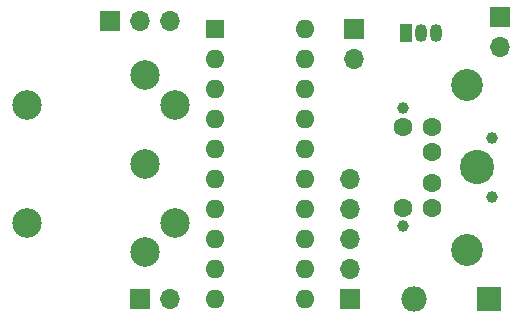
<source format=gbr>
%TF.GenerationSoftware,KiCad,Pcbnew,(6.0.0)*%
%TF.CreationDate,2022-10-20T13:44:37-04:00*%
%TF.ProjectId,TandyKey-A,54616e64-794b-4657-992d-412e6b696361,rev?*%
%TF.SameCoordinates,Original*%
%TF.FileFunction,Soldermask,Top*%
%TF.FilePolarity,Negative*%
%FSLAX46Y46*%
G04 Gerber Fmt 4.6, Leading zero omitted, Abs format (unit mm)*
G04 Created by KiCad (PCBNEW (6.0.0)) date 2022-10-20 13:44:37*
%MOMM*%
%LPD*%
G01*
G04 APERTURE LIST*
%ADD10C,2.499360*%
%ADD11R,1.700000X1.700000*%
%ADD12O,1.700000X1.700000*%
%ADD13R,2.159000X2.159000*%
%ADD14O,2.159000X2.159000*%
%ADD15R,1.050000X1.500000*%
%ADD16O,1.050000X1.500000*%
%ADD17R,1.600000X1.600000*%
%ADD18O,1.600000X1.600000*%
%ADD19C,2.700000*%
%ADD20C,2.899999*%
%ADD21C,1.600000*%
%ADD22C,1.000000*%
G04 APERTURE END LIST*
D10*
%TO.C,J1*%
X106349800Y-101203760D03*
X106349800Y-91201240D03*
X116344700Y-103700580D03*
X116347240Y-96202500D03*
X116344700Y-88704420D03*
X118846600Y-101198680D03*
X118846600Y-91206320D03*
%TD*%
D11*
%TO.C,J5*%
X113362500Y-84137500D03*
D12*
X115902500Y-84137500D03*
X118442500Y-84137500D03*
%TD*%
D13*
%TO.C,SW1*%
X145465000Y-107632500D03*
D14*
X139065000Y-107632500D03*
%TD*%
D15*
%TO.C,U2*%
X138430000Y-85132500D03*
D16*
X139700000Y-85132500D03*
X140970000Y-85132500D03*
%TD*%
D17*
%TO.C,U1*%
X122247508Y-84777504D03*
D18*
X122247508Y-87317504D03*
X122247508Y-89857504D03*
X122247508Y-92397504D03*
X122247508Y-94937504D03*
X122247508Y-97477504D03*
X122247508Y-100017504D03*
X122247508Y-102557504D03*
X122247508Y-105097504D03*
X122247508Y-107637504D03*
X129867508Y-107637504D03*
X129867508Y-105097504D03*
X129867508Y-102557504D03*
X129867508Y-100017504D03*
X129867508Y-97477504D03*
X129867508Y-94937504D03*
X129867508Y-92397504D03*
X129867508Y-89857504D03*
X129867508Y-87317504D03*
X129867508Y-84777504D03*
%TD*%
D19*
%TO.C,J2*%
X143625000Y-103520001D03*
X143625000Y-89519999D03*
D20*
X144425000Y-96520000D03*
D21*
X140625000Y-95220000D03*
X140625000Y-97820000D03*
X140625000Y-93120000D03*
X140625000Y-99920000D03*
X138125000Y-93120000D03*
X138125000Y-99920000D03*
D22*
X145725000Y-94020000D03*
X145725000Y-99020000D03*
X138125000Y-91520000D03*
X138125000Y-101520000D03*
%TD*%
D11*
%TO.C,D1*%
X133985000Y-84772500D03*
D12*
X133985000Y-87312500D03*
%TD*%
D11*
%TO.C,J3*%
X133667500Y-107627500D03*
D12*
X133667500Y-105087500D03*
X133667500Y-102547500D03*
X133667500Y-100007500D03*
X133667500Y-97467500D03*
%TD*%
D11*
%TO.C,J4*%
X146367500Y-83820000D03*
D12*
X146367500Y-86360000D03*
%TD*%
D11*
%TO.C,D2*%
X115882500Y-107632500D03*
D12*
X118422500Y-107632500D03*
%TD*%
M02*

</source>
